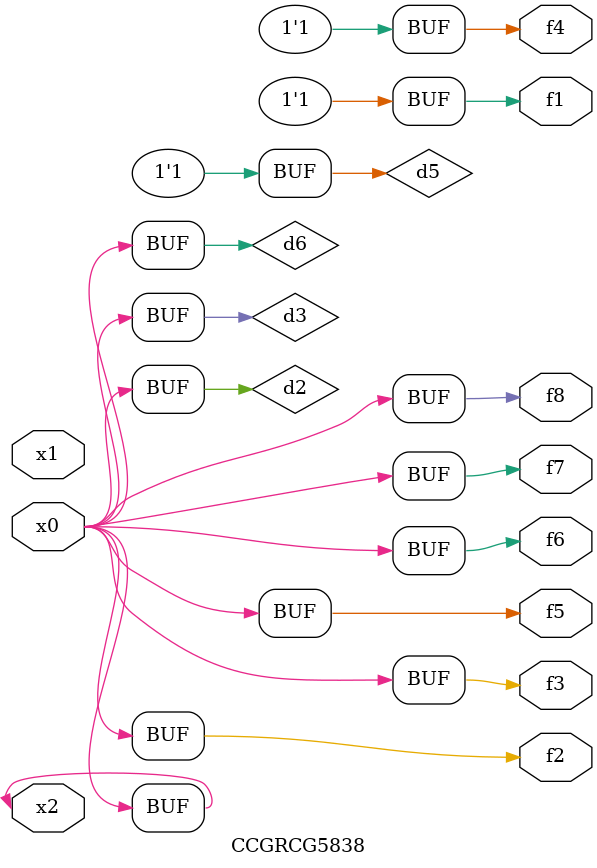
<source format=v>
module CCGRCG5838(
	input x0, x1, x2,
	output f1, f2, f3, f4, f5, f6, f7, f8
);

	wire d1, d2, d3, d4, d5, d6;

	xnor (d1, x2);
	buf (d2, x0, x2);
	and (d3, x0);
	xnor (d4, x1, x2);
	nand (d5, d1, d3);
	buf (d6, d2, d3);
	assign f1 = d5;
	assign f2 = d6;
	assign f3 = d6;
	assign f4 = d5;
	assign f5 = d6;
	assign f6 = d6;
	assign f7 = d6;
	assign f8 = d6;
endmodule

</source>
